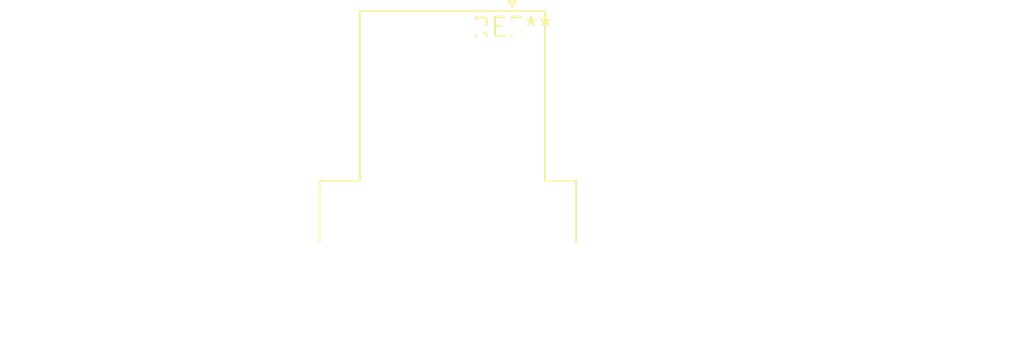
<source format=kicad_pcb>
(kicad_pcb (version 20240108) (generator pcbnew)
  (layers (0 "F.Cu" signal) (31 "B.Cu" signal) (34 "B.Paste" user) (35 "F.Paste" user) (36 "B.SilkS" user "B.Silkscreen") (37 "F.SilkS" user "F.Silkscreen") (38 "B.Mask" user) (39 "F.Mask" user) (44 "Edge.Cuts" user))
  (net 0 "")
  (footprint "DSUB-15-HD_Female_Horizontal_P2.29x2.54mm_EdgePinOffset9.40mm" (layer "F.Cu") (at 0 0)
    (property "Reference" "REF**")
    (property "Value" "DSUB-15-HD_Female_Horizontal_P2.29x2.54mm_EdgePinOffset9.40mm")
    (fp_line (start -12.925 10.32) (end -10.22 10.32) (layer "F.SilkS") (stroke (width 0.12)))
    (fp_line (start -12.925 14.42) (end -12.925 10.32) (layer "F.SilkS") (stroke (width 0.12)))
    (fp_line (start -10.22 -1.06) (end 2.205 -1.06) (layer "F.SilkS") (stroke (width 0.12)))
    (fp_line (start -10.22 10.32) (end -10.22 -1.06) (layer "F.SilkS") (stroke (width 0.12)))
    (fp_line (start -0.25 -1.754338) (end 0.25 -1.754338) (layer "F.SilkS") (stroke (width 0.12)))
    (fp_line (start 0 -1.321325) (end -0.25 -1.754338) (layer "F.SilkS") (stroke (width 0.12)))
    (fp_line (start 0.25 -1.754338) (end 0 -1.321325) (layer "F.SilkS") (stroke (width 0.12)))
    (fp_line (start 2.205 -1.06) (end 2.205 10.32) (layer "F.SilkS") (stroke (width 0.12)))
    (fp_line (start 2.205 10.32) (end 4.295 10.32) (layer "F.SilkS") (stroke (width 0.12)))
    (fp_line (start 4.295 10.32) (end 4.295 14.42) (layer "F.SilkS") (stroke (width 0.12)))
    (pad "1" thru_hole rect (at 0 0) (size 1.6 1.6) (drill 1) (layers *.Cu *.Mask) (remove_unused_layers))
    (pad "2" thru_hole circle (at -2.29 0) (size 1.6 1.6) (drill 1) (layers *.Cu *.Mask) (remove_unused_layers))
    (pad "3" thru_hole circle (at -4.58 0) (size 1.6 1.6) (drill 1) (layers *.Cu *.Mask) (remove_unused_layers))
    (pad "4" thru_hole circle (at -6.87 0) (size 1.6 1.6) (drill 1) (layers *.Cu *.Mask) (remove_unused_layers))
    (pad "5" thru_hole circle (at -9.16 0) (size 1.6 1.6) (drill 1) (layers *.Cu *.Mask) (remove_unused_layers))
    (pad "6" thru_hole circle (at 1.145 2.54) (size 1.6 1.6) (drill 1) (layers *.Cu *.Mask) (remove_unused_layers))
    (pad "7" thru_hole circle (at -1.145 2.54) (size 1.6 1.6) (drill 1) (layers *.Cu *.Mask) (remove_unused_layers))
    (pad "8" thru_hole circle (at -3.435 2.54) (size 1.6 1.6) (drill 1) (layers *.Cu *.Mask) (remove_unused_layers))
    (pad "9" thru_hole circle (at -5.725 2.54) (size 1.6 1.6) (drill 1) (layers *.Cu *.Mask) (remove_unused_layers))
    (pad "10" thru_hole circle (at -8.015 2.54) (size 1.6 1.6) (drill 1) (layers *.Cu *.Mask) (remove_unused_layers))
    (pad "11" thru_hole circle (at 0 5.08) (size 1.6 1.6) (drill 1) (layers *.Cu *.Mask) (remove_unused_layers))
    (pad "12" thru_hole circle (at -2.29 5.08) (size 1.6 1.6) (drill 1) (layers *.Cu *.Mask) (remove_unused_layers))
    (pad "13" thru_hole circle (at -4.58 5.08) (size 1.6 1.6) (drill 1) (layers *.Cu *.Mask) (remove_unused_layers))
    (pad "14" thru_hole circle (at -6.87 5.08) (size 1.6 1.6) (drill 1) (layers *.Cu *.Mask) (remove_unused_layers))
    (pad "15" thru_hole circle (at -9.16 5.08) (size 1.6 1.6) (drill 1) (layers *.Cu *.Mask) (remove_unused_layers))
  )
)
</source>
